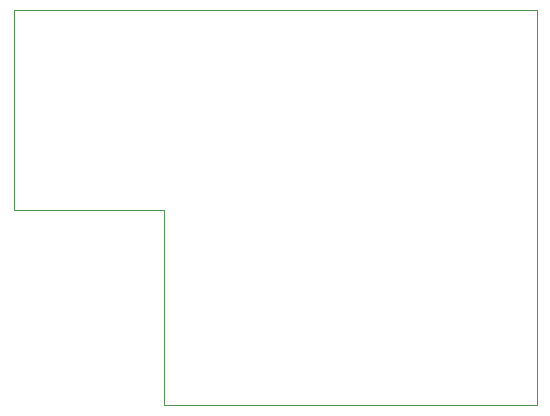
<source format=gbr>
G04 (created by PCBNEW (2013-may-18)-stable) date Tue 15 Oct 2013 04:41:00 PM EDT*
%MOIN*%
G04 Gerber Fmt 3.4, Leading zero omitted, Abs format*
%FSLAX34Y34*%
G01*
G70*
G90*
G04 APERTURE LIST*
%ADD10C,0.00590551*%
%ADD11C,0.00393701*%
G04 APERTURE END LIST*
G54D10*
G54D11*
X65175Y-34350D02*
X47735Y-34350D01*
X65175Y-47535D02*
X65175Y-34350D01*
X52735Y-47535D02*
X65175Y-47535D01*
X52735Y-41020D02*
X52735Y-47535D01*
X47735Y-41020D02*
X52735Y-41020D01*
X47735Y-34350D02*
X47735Y-41020D01*
M02*

</source>
